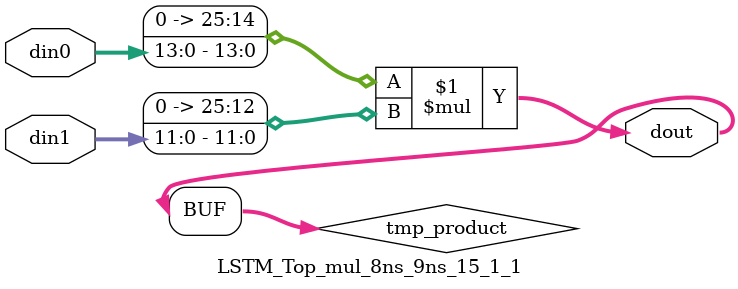
<source format=v>

`timescale 1 ns / 1 ps

 module LSTM_Top_mul_8ns_9ns_15_1_1(din0, din1, dout);
parameter ID = 1;
parameter NUM_STAGE = 0;
parameter din0_WIDTH = 14;
parameter din1_WIDTH = 12;
parameter dout_WIDTH = 26;

input [din0_WIDTH - 1 : 0] din0; 
input [din1_WIDTH - 1 : 0] din1; 
output [dout_WIDTH - 1 : 0] dout;

wire signed [dout_WIDTH - 1 : 0] tmp_product;
























assign tmp_product = $signed({1'b0, din0}) * $signed({1'b0, din1});











assign dout = tmp_product;





















endmodule

</source>
